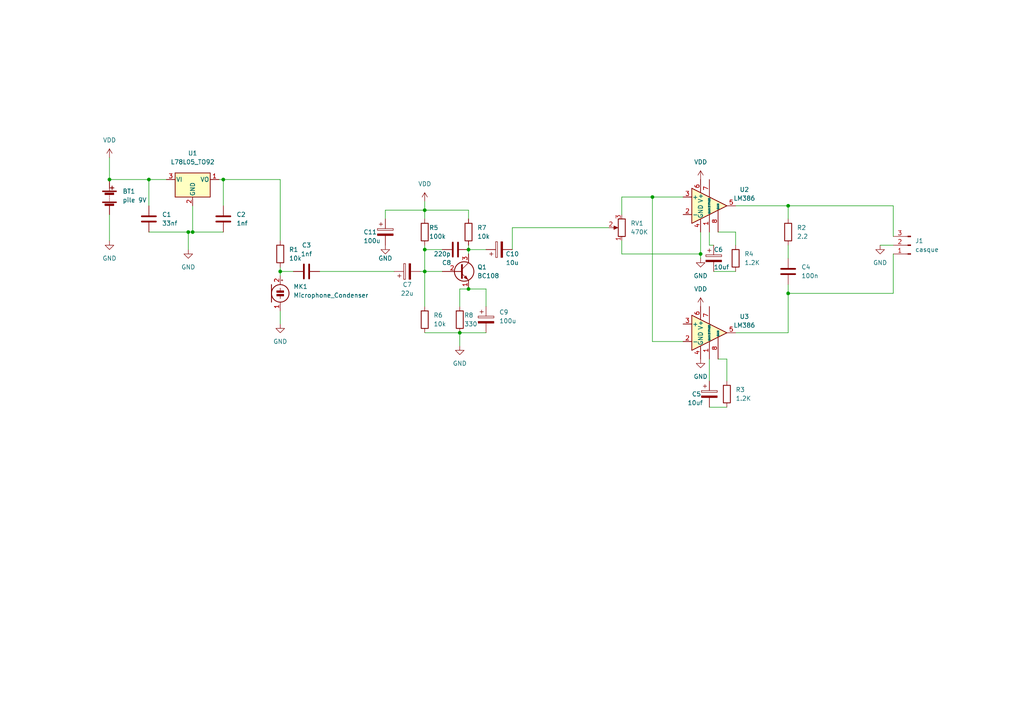
<source format=kicad_sch>
(kicad_sch (version 20211123) (generator eeschema)
  (paper "A4")
  (lib_symbols
    (symbol "Amplifier_Audio:LM386" (pin_names (offset 0.127))
      (property "Reference" "U" (at 1.27 7.62 0))
      (property "Value" "LM386" (at 1.27 5.08 0))
      (symbol "LM386_0_1"
        (polyline (pts (xy 5.08 0) (xy -5.08 5.08) (xy -5.08 -5.08) (xy 5.08 0)) (stroke (width 0.254)) (fill (type background)))
      )
      (symbol "LM386_1_1"
        (pin input line (at 0 -7.62 90) (length 5.08) (name "GAIN") (number "1"))
        (pin input line (at -7.62 -2.54 0) (length 2.54) (name "-") (number "2"))
        (pin input line (at -7.62 2.54 0) (length 2.54) (name "+") (number "3"))
        (pin power_in line (at -2.54 -7.62 90) (length 3.81) (name "GND") (number "4"))
        (pin output line (at 7.62 0 180) (length 2.54) (name "~") (number "5"))
        (pin power_in line (at -2.54 7.62 270) (length 3.81) (name "V+") (number "6"))
        (pin input line (at 0 7.62 270) (length 5.08) (name "BYPASS") (number "7"))
        (pin input line (at 2.54 -7.62 90) (length 6.35) (name "GAIN") (number "8"))
      )
    )
    (symbol "Connector:Conn_01x03_Male" (pin_names (offset 1.016) hide)
      (property "Reference" "J" (at 0 5.08 0))
      (property "Value" "Conn_01x03_Male" (at 0 -5.08 0))
      (symbol "Conn_01x03_Male_1_1"
        (polyline (pts (xy 1.27 -2.54) (xy 0.8636 -2.54)) (stroke (width 0.1524)))
        (polyline (pts (xy 1.27 0) (xy 0.8636 0)) (stroke (width 0.1524)))
        (polyline (pts (xy 1.27 2.54) (xy 0.8636 2.54)) (stroke (width 0.1524)))
        (rectangle (start 0.8636 -2.413) (end 0 -2.667) (stroke (width 0.1524)) (fill (type outline)))
        (rectangle (start 0.8636 0.127) (end 0 -0.127) (stroke (width 0.1524)) (fill (type outline)))
        (rectangle (start 0.8636 2.667) (end 0 2.413) (stroke (width 0.1524)) (fill (type outline)))
        (pin passive line (at 5.08 2.54 180) (length 3.81) (name "Pin_1") (number "1"))
        (pin passive line (at 5.08 0 180) (length 3.81) (name "Pin_2") (number "2"))
        (pin passive line (at 5.08 -2.54 180) (length 3.81) (name "Pin_3") (number "3"))
      )
    )
    (symbol "Device:Battery" (pin_numbers hide) (pin_names (offset 0) hide)
      (property "Reference" "BT" (at 2.54 2.54 0))
      (property "Value" "Battery" (at 2.54 0 0))
      (symbol "Battery_0_1"
        (rectangle (start -2.032 -1.397) (end 2.032 -1.651) (fill (type outline)))
        (rectangle (start -2.032 1.778) (end 2.032 1.524) (fill (type outline)))
        (rectangle (start -1.3208 -1.9812) (end 1.27 -2.4892) (fill (type outline)))
        (rectangle (start -1.3208 1.1938) (end 1.27 0.6858) (fill (type outline)))
        (polyline (pts (xy 0 -1.524) (xy 0 -1.27)))
        (polyline (pts (xy 0 -1.016) (xy 0 -0.762)))
        (polyline (pts (xy 0 -0.508) (xy 0 -0.254)))
        (polyline (pts (xy 0 0) (xy 0 0.254)))
        (polyline (pts (xy 0 0.508) (xy 0 0.762)))
        (polyline (pts (xy 0 1.778) (xy 0 2.54)))
        (polyline (pts (xy 0.254 2.667) (xy 1.27 2.667)) (stroke (width 0.254)))
        (polyline (pts (xy 0.762 3.175) (xy 0.762 2.159)) (stroke (width 0.254)))
      )
      (symbol "Battery_1_1"
        (pin passive line (at 0 5.08 270) (length 2.54) (name "+") (number "1"))
        (pin passive line (at 0 -5.08 90) (length 2.54) (name "-") (number "2"))
      )
    )
    (symbol "Device:C" (pin_numbers hide) (pin_names (offset 0.254))
      (property "Reference" "C" (at 0.635 2.54 0))
      (property "Value" "C" (at 0.635 -2.54 0))
      (symbol "C_0_1"
        (polyline (pts (xy -2.032 -0.762) (xy 2.032 -0.762)) (stroke (width 0.508)))
        (polyline (pts (xy -2.032 0.762) (xy 2.032 0.762)) (stroke (width 0.508)))
      )
      (symbol "C_1_1"
        (pin passive line (at 0 3.81 270) (length 2.794) (name "~") (number "1"))
        (pin passive line (at 0 -3.81 90) (length 2.794) (name "~") (number "2"))
      )
    )
    (symbol "Device:C_Polarized" (pin_numbers hide) (pin_names (offset 0.254))
      (property "Reference" "C" (at 0.635 2.54 0))
      (property "Value" "C_Polarized" (at 0.635 -2.54 0))
      (symbol "C_Polarized_0_1"
        (rectangle (start -2.286 0.508) (end 2.286 1.016))
        (polyline (pts (xy -1.778 2.286) (xy -0.762 2.286)))
        (polyline (pts (xy -1.27 2.794) (xy -1.27 1.778)))
        (rectangle (start 2.286 -0.508) (end -2.286 -1.016) (fill (type outline)))
      )
      (symbol "C_Polarized_1_1"
        (pin passive line (at 0 3.81 270) (length 2.794) (name "~") (number "1"))
        (pin passive line (at 0 -3.81 90) (length 2.794) (name "~") (number "2"))
      )
    )
    (symbol "Device:Microphone_Condenser" (pin_names (offset 0.0254) hide)
      (property "Reference" "MK" (at -3.302 1.27 0))
      (property "Value" "Microphone_Condenser" (at -3.302 -0.635 0))
      (symbol "Microphone_Condenser_0_1"
        (polyline (pts (xy -2.54 2.54) (xy -2.54 -2.54)) (stroke (width 0.254)))
        (polyline (pts (xy 0 -0.762) (xy 0 -1.524)))
        (polyline (pts (xy 0 0.762) (xy 0 1.524)))
        (polyline (pts (xy 0.254 3.81) (xy 0.762 3.81)))
        (polyline (pts (xy 0.508 4.064) (xy 0.508 3.556)))
        (circle (center 0 0) (radius 2.54) (stroke (width 0.254)))
        (rectangle (start 1.016 -0.254) (end -1.016 -0.762) (fill (type outline)))
        (rectangle (start 1.016 0.762) (end -1.016 0.254) (fill (type outline)))
      )
      (symbol "Microphone_Condenser_1_1"
        (pin passive line (at 0 -5.08 90) (length 2.54) (name "-") (number "1"))
        (pin passive line (at 0 5.08 270) (length 2.54) (name "+") (number "2"))
      )
    )
    (symbol "Device:R" (pin_numbers hide) (pin_names (offset 0))
      (property "Reference" "R" (at 2.032 0 90))
      (property "Value" "R" (at 0 0 90))
      (symbol "R_0_1"
        (rectangle (start -1.016 -2.54) (end 1.016 2.54) (stroke (width 0.254)))
      )
      (symbol "R_1_1"
        (pin passive line (at 0 3.81 270) (length 1.27) (name "~") (number "1"))
        (pin passive line (at 0 -3.81 90) (length 1.27) (name "~") (number "2"))
      )
    )
    (symbol "Device:R_Potentiometer" (pin_names (offset 1.016) hide)
      (property "Reference" "RV" (at -4.445 0 90))
      (property "Value" "R_Potentiometer" (at -2.54 0 90))
      (symbol "R_Potentiometer_0_1"
        (polyline (pts (xy 2.54 0) (xy 1.524 0)))
        (polyline (pts (xy 1.143 0) (xy 2.286 0.508) (xy 2.286 -0.508) (xy 1.143 0)) (fill (type outline)))
        (rectangle (start 1.016 2.54) (end -1.016 -2.54) (stroke (width 0.254)))
      )
      (symbol "R_Potentiometer_1_1"
        (pin passive line (at 0 3.81 270) (length 1.27) (name "1") (number "1"))
        (pin passive line (at 3.81 0 180) (length 1.27) (name "2") (number "2"))
        (pin passive line (at 0 -3.81 90) (length 1.27) (name "3") (number "3"))
      )
    )
    (symbol "Regulator_Linear:L78L05_TO92" (pin_names (offset 0.254))
      (property "Reference" "U" (at -3.81 3.175 0))
      (property "Value" "L78L05_TO92" (at 0 3.175 0))
      (symbol "L78L05_TO92_0_1"
        (rectangle (start -5.08 -5.08) (end 5.08 1.905) (stroke (width 0.254)) (fill (type background)))
      )
      (symbol "L78L05_TO92_1_1"
        (pin power_out line (at 7.62 0 180) (length 2.54) (name "VO") (number "1"))
        (pin power_in line (at 0 -7.62 90) (length 2.54) (name "GND") (number "2"))
        (pin power_in line (at -7.62 0 0) (length 2.54) (name "VI") (number "3"))
      )
    )
    (symbol "Transistor_BJT:BC108" (pin_names (offset 0) hide)
      (property "Reference" "Q" (at 5.08 1.905 0))
      (property "Value" "BC108" (at 5.08 0 0))
      (symbol "BC108_0_1"
        (polyline (pts (xy 0.635 0.635) (xy 2.54 2.54)))
        (polyline (pts (xy 0.635 -0.635) (xy 2.54 -2.54) (xy 2.54 -2.54)))
        (polyline (pts (xy 0.635 1.905) (xy 0.635 -1.905) (xy 0.635 -1.905)) (stroke (width 0.508)))
        (polyline (pts (xy 1.27 -1.778) (xy 1.778 -1.27) (xy 2.286 -2.286) (xy 1.27 -1.778) (xy 1.27 -1.778)) (fill (type outline)))
        (circle (center 1.27 0) (radius 2.8194) (stroke (width 0.254)))
      )
      (symbol "BC108_1_1"
        (pin passive line (at 2.54 -5.08 90) (length 2.54) (name "E") (number "1"))
        (pin input line (at -5.08 0 0) (length 5.715) (name "B") (number "2"))
        (pin passive line (at 2.54 5.08 270) (length 2.54) (name "C") (number "3"))
      )
    )
    (symbol "power:GND" (power) (pin_names (offset 0))
      (property "Value" "GND" (at 0 -3.81 0))
      (symbol "GND_0_1"
        (polyline (pts (xy 0 0) (xy 0 -1.27) (xy 1.27 -1.27) (xy 0 -2.54) (xy -1.27 -1.27) (xy 0 -1.27)))
      )
      (symbol "GND_1_1"
        (pin power_in line (at 0 0 270) (length 0) hide (name "GND") (number "1"))
      )
    )
    (symbol "power:VDD" (power) (pin_names (offset 0))
      (property "Value" "VDD" (at 0 3.81 0))
      (symbol "VDD_0_1"
        (polyline (pts (xy -0.762 1.27) (xy 0 2.54)))
        (polyline (pts (xy 0 0) (xy 0 2.54)))
        (polyline (pts (xy 0 2.54) (xy 0.762 1.27)))
      )
      (symbol "VDD_1_1"
        (pin power_in line (at 0 0 90) (length 0) hide (name "VDD") (number "1"))
      )
    )
  )
  (junction (at 43.18 52.07))
  (junction (at 55.88 67.31))
  (junction (at 228.6 59.69))
  (junction (at 123.19 78.74))
  (junction (at 81.28 78.74))
  (junction (at 203.2 73.66))
  (junction (at 64.77 52.07))
  (junction (at 189.23 57.15))
  (junction (at 31.75 52.07))
  (junction (at 123.19 60.96))
  (junction (at 228.6 85.09))
  (junction (at 133.35 96.52))
  (junction (at 135.89 72.39))
  (junction (at 135.89 83.82))
  (junction (at 54.61 67.31))
  (junction (at 123.19 72.39))
  (wire (pts (xy 43.18 59.69) (xy 43.18 52.07)))
  (wire (pts (xy 189.23 57.15) (xy 198.12 57.15)))
  (wire (pts (xy 54.61 72.39) (xy 54.61 67.31)))
  (wire (pts (xy 205.74 71.12) (xy 207.01 71.12)))
  (wire (pts (xy 180.34 73.66) (xy 203.2 73.66)))
  (wire (pts (xy 176.53 66.04) (xy 148.59 66.04)))
  (wire (pts (xy 81.28 78.74) (xy 85.09 78.74)))
  (wire (pts (xy 148.59 66.04) (xy 148.59 72.39)))
  (wire (pts (xy 43.18 67.31) (xy 54.61 67.31)))
  (wire (pts (xy 123.19 78.74) (xy 128.27 78.74)))
  (wire (pts (xy 228.6 96.52) (xy 213.36 96.52)))
  (wire (pts (xy 180.34 69.85) (xy 180.34 73.66)))
  (wire (pts (xy 123.19 60.96) (xy 135.89 60.96)))
  (wire (pts (xy 123.19 72.39) (xy 123.19 78.74)))
  (wire (pts (xy 123.19 78.74) (xy 123.19 88.9)))
  (wire (pts (xy 189.23 57.15) (xy 189.23 99.06)))
  (wire (pts (xy 54.61 67.31) (xy 55.88 67.31)))
  (wire (pts (xy 43.18 52.07) (xy 48.26 52.07)))
  (wire (pts (xy 228.6 71.12) (xy 228.6 74.93)))
  (wire (pts (xy 64.77 52.07) (xy 81.28 52.07)))
  (wire (pts (xy 81.28 90.17) (xy 81.28 93.98)))
  (wire (pts (xy 123.19 58.42) (xy 123.19 60.96)))
  (wire (pts (xy 213.36 71.12) (xy 213.36 67.31)))
  (wire (pts (xy 123.19 72.39) (xy 128.27 72.39)))
  (wire (pts (xy 123.19 71.12) (xy 123.19 72.39)))
  (wire (pts (xy 81.28 77.47) (xy 81.28 78.74)))
  (wire (pts (xy 64.77 59.69) (xy 64.77 52.07)))
  (wire (pts (xy 55.88 67.31) (xy 64.77 67.31)))
  (wire (pts (xy 228.6 59.69) (xy 259.08 59.69)))
  (wire (pts (xy 189.23 99.06) (xy 198.12 99.06)))
  (wire (pts (xy 203.2 73.66) (xy 203.2 74.93)))
  (wire (pts (xy 133.35 96.52) (xy 140.97 96.52)))
  (wire (pts (xy 255.27 71.12) (xy 259.08 71.12)))
  (wire (pts (xy 81.28 78.74) (xy 81.28 80.01)))
  (wire (pts (xy 213.36 59.69) (xy 228.6 59.69)))
  (wire (pts (xy 259.08 59.69) (xy 259.08 68.58)))
  (wire (pts (xy 135.89 72.39) (xy 135.89 73.66)))
  (wire (pts (xy 111.76 60.96) (xy 123.19 60.96)))
  (wire (pts (xy 31.75 52.07) (xy 43.18 52.07)))
  (wire (pts (xy 111.76 63.5) (xy 111.76 60.96)))
  (wire (pts (xy 140.97 88.9) (xy 140.97 83.82)))
  (wire (pts (xy 135.89 71.12) (xy 135.89 72.39)))
  (wire (pts (xy 205.74 67.31) (xy 205.74 71.12)))
  (wire (pts (xy 207.01 78.74) (xy 213.36 78.74)))
  (wire (pts (xy 64.77 52.07) (xy 63.5 52.07)))
  (wire (pts (xy 180.34 62.23) (xy 180.34 57.15)))
  (wire (pts (xy 92.71 78.74) (xy 114.3 78.74)))
  (wire (pts (xy 31.75 62.23) (xy 31.75 69.85)))
  (wire (pts (xy 135.89 72.39) (xy 140.97 72.39)))
  (wire (pts (xy 123.19 96.52) (xy 133.35 96.52)))
  (wire (pts (xy 121.92 78.74) (xy 123.19 78.74)))
  (wire (pts (xy 228.6 59.69) (xy 228.6 63.5)))
  (wire (pts (xy 203.2 67.31) (xy 203.2 73.66)))
  (wire (pts (xy 55.88 59.69) (xy 55.88 67.31)))
  (wire (pts (xy 135.89 60.96) (xy 135.89 63.5)))
  (wire (pts (xy 228.6 85.09) (xy 259.08 85.09)))
  (wire (pts (xy 133.35 88.9) (xy 133.35 83.82)))
  (wire (pts (xy 210.82 104.14) (xy 208.28 104.14)))
  (wire (pts (xy 123.19 60.96) (xy 123.19 63.5)))
  (wire (pts (xy 205.74 118.11) (xy 210.82 118.11)))
  (wire (pts (xy 210.82 110.49) (xy 210.82 104.14)))
  (wire (pts (xy 140.97 83.82) (xy 135.89 83.82)))
  (wire (pts (xy 228.6 82.55) (xy 228.6 85.09)))
  (wire (pts (xy 259.08 85.09) (xy 259.08 73.66)))
  (wire (pts (xy 31.75 45.72) (xy 31.75 52.07)))
  (wire (pts (xy 205.74 104.14) (xy 205.74 110.49)))
  (wire (pts (xy 133.35 96.52) (xy 133.35 100.33)))
  (wire (pts (xy 133.35 83.82) (xy 135.89 83.82)))
  (wire (pts (xy 213.36 67.31) (xy 208.28 67.31)))
  (wire (pts (xy 180.34 57.15) (xy 189.23 57.15)))
  (wire (pts (xy 81.28 52.07) (xy 81.28 69.85)))
  (wire (pts (xy 228.6 85.09) (xy 228.6 96.52)))
  (symbol (lib_id "power:GND") (at 203.2 104.14 0) (unit 1)
    (property "Reference" "#PWR0106" (effects hide))
    (property "Value" "GND" (at 203.2 109.22 0))
  )
  (symbol (lib_id "power:VDD") (at 203.2 88.9 0) (unit 1)
    (property "Reference" "#PWR0107" (effects hide))
    (property "Value" "VDD" (at 203.2 83.82 0))
  )
  (symbol (lib_id "power:GND") (at 133.35 100.33 0) (unit 1)
    (property "Reference" "#PWR0110" (effects hide))
    (property "Value" "GND" (at 133.35 105.41 0))
  )
  (symbol (lib_id "Device:C_Polarized") (at 111.76 67.31 0) (unit 1)
    (property "Reference" "C11" (at 105.41 67.31 0) (effects (justify left)))
    (property "Value" "100u" (at 105.41 69.85 0) (effects (justify left)))
    (property "Footprint" "Capacitor_THT:CP_Radial_D6.3mm_P2.50mm" (effects hide))
  )
  (symbol (lib_id "Device:C_Polarized") (at 207.01 74.93 0) (unit 1)
    (property "Reference" "C6" (at 207.01 72.39 0) (effects (justify left)))
    (property "Value" "10uf" (at 207.01 77.47 0) (effects (justify left)))
    (property "Footprint" "Capacitor_THT:CP_Radial_D6.3mm_P2.50mm" (effects hide))
  )
  (symbol (lib_id "Device:C") (at 64.77 63.5 0) (unit 1)
    (property "Reference" "C2" (at 68.58 62.2299 0) (effects (justify left)))
    (property "Value" "1nf" (at 68.58 64.7699 0) (effects (justify left)))
    (property "Footprint" "Capacitor_THT:C_Rect_L7.2mm_W3.0mm_P5.00mm_FKS2_FKP2_MKS2_MKP2" (effects hide))
  )
  (symbol (lib_id "Device:R") (at 213.36 74.93 0) (unit 1)
    (property "Reference" "R4" (at 215.9 73.6599 0) (effects (justify left)))
    (property "Value" "1.2K" (at 215.9 76.1999 0) (effects (justify left)))
    (property "Footprint" "Resistor_THT:R_Axial_DIN0204_L3.6mm_D1.6mm_P7.62mm_Horizontal" (effects hide))
  )
  (symbol (lib_id "Device:R") (at 135.89 67.31 0) (unit 1)
    (property "Reference" "R7" (at 138.43 66.0399 0) (effects (justify left)))
    (property "Value" "10k" (at 138.43 68.5799 0) (effects (justify left)))
    (property "Footprint" "Resistor_THT:R_Axial_DIN0204_L3.6mm_D1.6mm_P7.62mm_Horizontal" (effects hide))
  )
  (symbol (lib_id "Device:R") (at 81.28 73.66 0) (unit 1)
    (property "Reference" "R1" (at 83.82 72.3899 0) (effects (justify left)))
    (property "Value" "10k" (at 83.82 74.9299 0) (effects (justify left)))
    (property "Footprint" "Resistor_THT:R_Axial_DIN0204_L3.6mm_D1.6mm_P7.62mm_Horizontal" (effects hide))
  )
  (symbol (lib_id "Device:R") (at 123.19 92.71 0) (unit 1)
    (property "Reference" "R6" (at 125.73 91.4399 0) (effects (justify left)))
    (property "Value" "10k" (at 125.73 93.9799 0) (effects (justify left)))
    (property "Footprint" "Resistor_THT:R_Axial_DIN0204_L3.6mm_D1.6mm_P7.62mm_Horizontal" (effects hide))
  )
  (symbol (lib_id "Device:R") (at 133.35 92.71 0) (unit 1)
    (property "Reference" "R8" (at 134.62 91.44 0) (effects (justify left)))
    (property "Value" "330" (at 134.62 93.98 0) (effects (justify left)))
    (property "Footprint" "Resistor_THT:R_Axial_DIN0204_L3.6mm_D1.6mm_P7.62mm_Horizontal" (effects hide))
  )
  (symbol (lib_id "power:VDD") (at 123.19 58.42 0) (unit 1)
    (property "Reference" "#PWR0112" (effects hide))
    (property "Value" "VDD" (at 123.19 53.34 0))
  )
  (symbol (lib_id "Transistor_BJT:BC108") (at 133.35 78.74 0) (unit 1)
    (property "Reference" "Q1" (at 138.43 77.4699 0) (effects (justify left)))
    (property "Value" "BC108" (at 138.43 80.0099 0) (effects (justify left)))
    (property "Footprint" "Package_TO_SOT_THT:TO-18-3" (effects hide))
    (property "Datasheet" "http://www.b-kainka.de/Daten/Transistor/BC108.pdf" (effects hide))
  )
  (symbol (lib_id "power:GND") (at 31.75 69.85 0) (unit 1)
    (property "Reference" "#PWR0102" (effects hide))
    (property "Value" "GND" (at 31.75 74.93 0))
  )
  (symbol (lib_id "Device:Microphone_Condenser") (at 81.28 85.09 0) (unit 1)
    (property "Reference" "MK1" (at 85.09 83.1214 0) (effects (justify left)))
    (property "Value" "Microphone_Condenser" (at 85.09 85.6614 0) (effects (justify left)))
    (property "Footprint" "Connector_PinHeader_2.00mm:PinHeader_1x02_P2.00mm_Vertical" (effects hide))
  )
  (symbol (lib_id "power:GND") (at 255.27 71.12 0) (unit 1)
    (property "Reference" "#PWR0109" (effects hide))
    (property "Value" "GND" (at 255.27 76.2 0))
  )
  (symbol (lib_id "power:VDD") (at 203.2 52.07 0) (unit 1)
    (property "Reference" "#PWR0108" (effects hide))
    (property "Value" "VDD" (at 203.2 46.99 0))
  )
  (symbol (lib_id "Device:C") (at 43.18 63.5 0) (unit 1)
    (property "Reference" "C1" (at 46.99 62.2299 0) (effects (justify left)))
    (property "Value" "33nf" (at 46.99 64.7699 0) (effects (justify left)))
    (property "Footprint" "Capacitor_THT:C_Rect_L7.2mm_W3.0mm_P5.00mm_FKS2_FKP2_MKS2_MKP2" (effects hide))
  )
  (symbol (lib_id "Device:C") (at 132.08 72.39 90) (unit 1)
    (property "Reference" "C8" (at 129.54 76.2 90))
    (property "Value" "220p" (at 128.27 73.66 90))
    (property "Footprint" "Capacitor_THT:C_Rect_L7.2mm_W2.5mm_P5.00mm_FKS2_FKP2_MKS2_MKP2" (effects hide))
  )
  (symbol (lib_id "Device:R") (at 210.82 114.3 0) (unit 1)
    (property "Reference" "R3" (at 213.36 113.0299 0) (effects (justify left)))
    (property "Value" "1.2K" (at 213.36 115.5699 0) (effects (justify left)))
    (property "Footprint" "Resistor_THT:R_Axial_DIN0204_L3.6mm_D1.6mm_P7.62mm_Horizontal" (effects hide))
  )
  (symbol (lib_id "power:VDD") (at 31.75 45.72 0) (unit 1)
    (property "Reference" "#PWR0103" (effects hide))
    (property "Value" "VDD" (at 31.75 40.64 0))
  )
  (symbol (lib_id "power:GND") (at 81.28 93.98 0) (unit 1)
    (property "Reference" "#PWR0104" (effects hide))
    (property "Value" "GND" (at 81.28 99.06 0))
  )
  (symbol (lib_id "Amplifier_Audio:LM386") (at 205.74 59.69 0) (unit 1)
    (property "Reference" "U2" (at 215.9 54.991 0))
    (property "Value" "LM386" (at 215.9 57.531 0))
    (property "Footprint" "Package_DIP:DIP-8_W7.62mm_Socket" (effects hide))
    (property "Datasheet" "http://www.ti.com/lit/ds/symlink/lm386.pdf" (effects hide))
  )
  (symbol (lib_id "Device:C") (at 88.9 78.74 90) (unit 1)
    (property "Reference" "C3" (at 88.9 71.12 90))
    (property "Value" "1nf" (at 88.9 73.66 90))
    (property "Footprint" "Capacitor_THT:C_Rect_L7.2mm_W3.0mm_P5.00mm_FKS2_FKP2_MKS2_MKP2" (effects hide))
  )
  (symbol (lib_id "Device:R") (at 123.19 67.31 0) (unit 1)
    (property "Reference" "R5" (at 124.46 66.04 0) (effects (justify left)))
    (property "Value" "100k" (at 124.46 68.58 0) (effects (justify left)))
    (property "Footprint" "Resistor_THT:R_Axial_DIN0204_L3.6mm_D1.6mm_P7.62mm_Horizontal" (effects hide))
  )
  (symbol (lib_id "Device:C_Polarized") (at 140.97 92.71 0) (unit 1)
    (property "Reference" "C9" (at 144.78 90.5509 0) (effects (justify left)))
    (property "Value" "100u" (at 144.78 93.0909 0) (effects (justify left)))
    (property "Footprint" "Capacitor_THT:CP_Radial_D6.3mm_P2.50mm" (effects hide))
  )
  (symbol (lib_id "Device:C_Polarized") (at 144.78 72.39 90) (unit 1)
    (property "Reference" "C10" (at 148.59 73.66 90))
    (property "Value" "10u" (at 148.59 76.2 90))
    (property "Footprint" "Capacitor_THT:CP_Radial_D6.3mm_P2.50mm" (effects hide))
  )
  (symbol (lib_id "Device:R_Potentiometer") (at 180.34 66.04 180) (unit 1)
    (property "Reference" "RV1" (at 182.88 64.7699 0) (effects (justify right)))
    (property "Value" "470K" (at 182.88 67.3099 0) (effects (justify right)))
    (property "Footprint" "Potentiometer_THT:Potentiometer_Piher_PT-10-V05_Vertical" (effects hide))
  )
  (symbol (lib_id "Regulator_Linear:L78L05_TO92") (at 55.88 52.07 0) (unit 1)
    (property "Reference" "U1" (at 55.88 44.45 0))
    (property "Value" "L78L05_TO92" (at 55.88 46.99 0))
    (property "Footprint" "Package_TO_SOT_THT:TO-92_Inline_Wide" (effects hide))
    (property "Datasheet" "http://www.st.com/content/ccc/resource/technical/document/datasheet/15/55/e5/aa/23/5b/43/fd/CD00000446.pdf/files/CD00000446.pdf/jcr:content/translations/en.CD00000446.pdf" (effects hide))
  )
  (symbol (lib_id "Amplifier_Audio:LM386") (at 205.74 96.52 0) (unit 1)
    (property "Reference" "U3" (at 215.9 91.821 0))
    (property "Value" "LM386" (at 215.9 94.361 0))
    (property "Footprint" "Package_DIP:DIP-8_W7.62mm_Socket" (effects hide))
    (property "Datasheet" "http://www.ti.com/lit/ds/symlink/lm386.pdf" (effects hide))
  )
  (symbol (lib_id "Device:Battery") (at 31.75 57.15 0) (unit 1)
    (property "Reference" "BT1" (at 35.56 55.4989 0) (effects (justify left)))
    (property "Value" "pile 9V" (at 35.56 58.0389 0) (effects (justify left)))
    (property "Footprint" "Connector_PinHeader_2.00mm:PinHeader_1x02_P2.00mm_Vertical" (effects hide))
  )
  (symbol (lib_id "Connector:Conn_01x03_Male") (at 264.16 71.12 180) (unit 1)
    (property "Reference" "J1" (at 265.43 69.8499 0) (effects (justify right)))
    (property "Value" "casque" (at 265.43 72.3899 0) (effects (justify right)))
    (property "Footprint" "Connector_PinHeader_2.00mm:PinHeader_1x03_P2.00mm_Vertical" (effects hide))
  )
  (symbol (lib_id "power:GND") (at 111.76 71.12 0) (unit 1)
    (property "Reference" "#PWR0111" (effects hide))
    (property "Value" "GND" (at 111.76 74.93 0))
  )
  (symbol (lib_id "Device:C_Polarized") (at 118.11 78.74 90) (unit 1)
    (property "Reference" "C7" (at 118.11 82.55 90))
    (property "Value" "22u" (at 118.11 85.09 90))
    (property "Footprint" "Capacitor_THT:CP_Radial_D6.3mm_P2.50mm" (effects hide))
  )
  (symbol (lib_id "Device:C") (at 228.6 78.74 0) (unit 1)
    (property "Reference" "C4" (at 232.41 77.4699 0) (effects (justify left)))
    (property "Value" "100n" (at 232.41 80.0099 0) (effects (justify left)))
    (property "Footprint" "Capacitor_THT:CP_Radial_D6.3mm_P2.50mm" (effects hide))
  )
  (symbol (lib_id "Device:R") (at 228.6 67.31 0) (unit 1)
    (property "Reference" "R2" (at 231.14 66.0399 0) (effects (justify left)))
    (property "Value" "2.2" (at 231.14 68.5799 0) (effects (justify left)))
    (property "Footprint" "Resistor_THT:R_Axial_DIN0204_L3.6mm_D1.6mm_P7.62mm_Horizontal" (effects hide))
  )
  (symbol (lib_id "power:GND") (at 203.2 74.93 0) (unit 1)
    (property "Reference" "#PWR0105" (effects hide))
    (property "Value" "GND" (at 203.2 80.01 0))
  )
  (symbol (lib_id "Device:C_Polarized") (at 205.74 114.3 0) (unit 1)
    (property "Reference" "C5" (at 200.66 114.3 0) (effects (justify left)))
    (property "Value" "10uf" (at 199.39 116.84 0) (effects (justify left)))
    (property "Footprint" "Capacitor_THT:CP_Radial_D6.3mm_P2.50mm" (effects hide))
  )
  (symbol (lib_id "power:GND") (at 54.61 72.39 0) (unit 1)
    (property "Reference" "#PWR0101" (effects hide))
    (property "Value" "GND" (at 54.61 77.47 0))
  )
)
</source>
